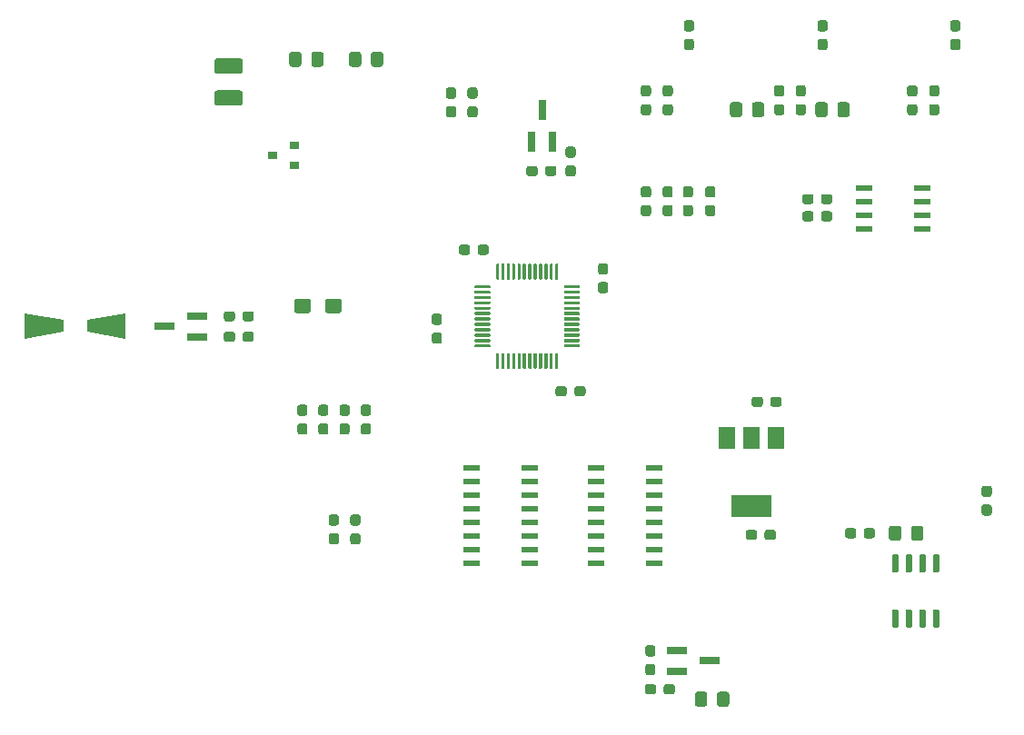
<source format=gbr>
%TF.GenerationSoftware,KiCad,Pcbnew,5.1.10*%
%TF.CreationDate,2021-10-03T17:58:42+03:00*%
%TF.ProjectId,stm32,73746d33-322e-46b6-9963-61645f706362,rev?*%
%TF.SameCoordinates,Original*%
%TF.FileFunction,Paste,Top*%
%TF.FilePolarity,Positive*%
%FSLAX46Y46*%
G04 Gerber Fmt 4.6, Leading zero omitted, Abs format (unit mm)*
G04 Created by KiCad (PCBNEW 5.1.10) date 2021-10-03 17:58:42*
%MOMM*%
%LPD*%
G01*
G04 APERTURE LIST*
%ADD10R,1.500000X0.600000*%
%ADD11C,0.100000*%
%ADD12R,1.550000X0.600000*%
%ADD13R,0.900000X0.800000*%
%ADD14R,1.900000X0.800000*%
%ADD15R,0.800000X1.900000*%
%ADD16R,3.800000X2.000000*%
%ADD17R,1.500000X2.000000*%
G04 APERTURE END LIST*
D10*
%TO.C,U5*%
X121361200Y-111937800D03*
X121361200Y-113207800D03*
X121361200Y-114477800D03*
X121361200Y-115747800D03*
X121361200Y-117017800D03*
X121361200Y-118287800D03*
X121361200Y-119557800D03*
X121361200Y-120827800D03*
X115961200Y-120827800D03*
X115961200Y-119557800D03*
X115961200Y-118287800D03*
X115961200Y-117017800D03*
X115961200Y-115747800D03*
X115961200Y-114477800D03*
X115961200Y-113207800D03*
X115961200Y-111937800D03*
%TD*%
%TO.C,C1*%
G36*
G01*
X94947000Y-74287801D02*
X94947000Y-73387799D01*
G75*
G02*
X95196999Y-73137800I249999J0D01*
G01*
X95847001Y-73137800D01*
G75*
G02*
X96097000Y-73387799I0J-249999D01*
G01*
X96097000Y-74287801D01*
G75*
G02*
X95847001Y-74537800I-249999J0D01*
G01*
X95196999Y-74537800D01*
G75*
G02*
X94947000Y-74287801I0J249999D01*
G01*
G37*
G36*
G01*
X92897000Y-74287801D02*
X92897000Y-73387799D01*
G75*
G02*
X93146999Y-73137800I249999J0D01*
G01*
X93797001Y-73137800D01*
G75*
G02*
X94047000Y-73387799I0J-249999D01*
G01*
X94047000Y-74287801D01*
G75*
G02*
X93797001Y-74537800I-249999J0D01*
G01*
X93146999Y-74537800D01*
G75*
G02*
X92897000Y-74287801I0J249999D01*
G01*
G37*
%TD*%
%TO.C,C5*%
G36*
G01*
X105935000Y-91354900D02*
X105935000Y-91829900D01*
G75*
G02*
X105697500Y-92067400I-237500J0D01*
G01*
X105122500Y-92067400D01*
G75*
G02*
X104885000Y-91829900I0J237500D01*
G01*
X104885000Y-91354900D01*
G75*
G02*
X105122500Y-91117400I237500J0D01*
G01*
X105697500Y-91117400D01*
G75*
G02*
X105935000Y-91354900I0J-237500D01*
G01*
G37*
G36*
G01*
X104185000Y-91354900D02*
X104185000Y-91829900D01*
G75*
G02*
X103947500Y-92067400I-237500J0D01*
G01*
X103372500Y-92067400D01*
G75*
G02*
X103135000Y-91829900I0J237500D01*
G01*
X103135000Y-91354900D01*
G75*
G02*
X103372500Y-91117400I237500J0D01*
G01*
X103947500Y-91117400D01*
G75*
G02*
X104185000Y-91354900I0J-237500D01*
G01*
G37*
%TD*%
%TO.C,C6*%
G36*
G01*
X116823500Y-93898000D02*
X116348500Y-93898000D01*
G75*
G02*
X116111000Y-93660500I0J237500D01*
G01*
X116111000Y-93085500D01*
G75*
G02*
X116348500Y-92848000I237500J0D01*
G01*
X116823500Y-92848000D01*
G75*
G02*
X117061000Y-93085500I0J-237500D01*
G01*
X117061000Y-93660500D01*
G75*
G02*
X116823500Y-93898000I-237500J0D01*
G01*
G37*
G36*
G01*
X116823500Y-95648000D02*
X116348500Y-95648000D01*
G75*
G02*
X116111000Y-95410500I0J237500D01*
G01*
X116111000Y-94835500D01*
G75*
G02*
X116348500Y-94598000I237500J0D01*
G01*
X116823500Y-94598000D01*
G75*
G02*
X117061000Y-94835500I0J-237500D01*
G01*
X117061000Y-95410500D01*
G75*
G02*
X116823500Y-95648000I-237500J0D01*
G01*
G37*
%TD*%
%TO.C,C7*%
G36*
G01*
X112152000Y-105012500D02*
X112152000Y-104537500D01*
G75*
G02*
X112389500Y-104300000I237500J0D01*
G01*
X112964500Y-104300000D01*
G75*
G02*
X113202000Y-104537500I0J-237500D01*
G01*
X113202000Y-105012500D01*
G75*
G02*
X112964500Y-105250000I-237500J0D01*
G01*
X112389500Y-105250000D01*
G75*
G02*
X112152000Y-105012500I0J237500D01*
G01*
G37*
G36*
G01*
X113902000Y-105012500D02*
X113902000Y-104537500D01*
G75*
G02*
X114139500Y-104300000I237500J0D01*
G01*
X114714500Y-104300000D01*
G75*
G02*
X114952000Y-104537500I0J-237500D01*
G01*
X114952000Y-105012500D01*
G75*
G02*
X114714500Y-105250000I-237500J0D01*
G01*
X114139500Y-105250000D01*
G75*
G02*
X113902000Y-105012500I0J237500D01*
G01*
G37*
%TD*%
%TO.C,C4*%
G36*
G01*
X87334400Y-74287801D02*
X87334400Y-73387799D01*
G75*
G02*
X87584399Y-73137800I249999J0D01*
G01*
X88234401Y-73137800D01*
G75*
G02*
X88484400Y-73387799I0J-249999D01*
G01*
X88484400Y-74287801D01*
G75*
G02*
X88234401Y-74537800I-249999J0D01*
G01*
X87584399Y-74537800D01*
G75*
G02*
X87334400Y-74287801I0J249999D01*
G01*
G37*
G36*
G01*
X89384400Y-74287801D02*
X89384400Y-73387799D01*
G75*
G02*
X89634399Y-73137800I249999J0D01*
G01*
X90284401Y-73137800D01*
G75*
G02*
X90534400Y-73387799I0J-249999D01*
G01*
X90534400Y-74287801D01*
G75*
G02*
X90284401Y-74537800I-249999J0D01*
G01*
X89634399Y-74537800D01*
G75*
G02*
X89384400Y-74287801I0J249999D01*
G01*
G37*
%TD*%
%TO.C,C8*%
G36*
G01*
X100854500Y-99297000D02*
X101329500Y-99297000D01*
G75*
G02*
X101567000Y-99534500I0J-237500D01*
G01*
X101567000Y-100109500D01*
G75*
G02*
X101329500Y-100347000I-237500J0D01*
G01*
X100854500Y-100347000D01*
G75*
G02*
X100617000Y-100109500I0J237500D01*
G01*
X100617000Y-99534500D01*
G75*
G02*
X100854500Y-99297000I237500J0D01*
G01*
G37*
G36*
G01*
X100854500Y-97547000D02*
X101329500Y-97547000D01*
G75*
G02*
X101567000Y-97784500I0J-237500D01*
G01*
X101567000Y-98359500D01*
G75*
G02*
X101329500Y-98597000I-237500J0D01*
G01*
X100854500Y-98597000D01*
G75*
G02*
X100617000Y-98359500I0J237500D01*
G01*
X100617000Y-97784500D01*
G75*
G02*
X100854500Y-97547000I237500J0D01*
G01*
G37*
%TD*%
%TO.C,C9*%
G36*
G01*
X152086300Y-115321800D02*
X152561300Y-115321800D01*
G75*
G02*
X152798800Y-115559300I0J-237500D01*
G01*
X152798800Y-116134300D01*
G75*
G02*
X152561300Y-116371800I-237500J0D01*
G01*
X152086300Y-116371800D01*
G75*
G02*
X151848800Y-116134300I0J237500D01*
G01*
X151848800Y-115559300D01*
G75*
G02*
X152086300Y-115321800I237500J0D01*
G01*
G37*
G36*
G01*
X152086300Y-113571800D02*
X152561300Y-113571800D01*
G75*
G02*
X152798800Y-113809300I0J-237500D01*
G01*
X152798800Y-114384300D01*
G75*
G02*
X152561300Y-114621800I-237500J0D01*
G01*
X152086300Y-114621800D01*
G75*
G02*
X151848800Y-114384300I0J237500D01*
G01*
X151848800Y-113809300D01*
G75*
G02*
X152086300Y-113571800I237500J0D01*
G01*
G37*
%TD*%
%TO.C,C11*%
G36*
G01*
X130414600Y-106003100D02*
X130414600Y-105528100D01*
G75*
G02*
X130652100Y-105290600I237500J0D01*
G01*
X131227100Y-105290600D01*
G75*
G02*
X131464600Y-105528100I0J-237500D01*
G01*
X131464600Y-106003100D01*
G75*
G02*
X131227100Y-106240600I-237500J0D01*
G01*
X130652100Y-106240600D01*
G75*
G02*
X130414600Y-106003100I0J237500D01*
G01*
G37*
G36*
G01*
X132164600Y-106003100D02*
X132164600Y-105528100D01*
G75*
G02*
X132402100Y-105290600I237500J0D01*
G01*
X132977100Y-105290600D01*
G75*
G02*
X133214600Y-105528100I0J-237500D01*
G01*
X133214600Y-106003100D01*
G75*
G02*
X132977100Y-106240600I-237500J0D01*
G01*
X132402100Y-106240600D01*
G75*
G02*
X132164600Y-106003100I0J237500D01*
G01*
G37*
%TD*%
%TO.C,C12*%
G36*
G01*
X87782300Y-97249801D02*
X87782300Y-96399799D01*
G75*
G02*
X88032299Y-96149800I249999J0D01*
G01*
X89107301Y-96149800D01*
G75*
G02*
X89357300Y-96399799I0J-249999D01*
G01*
X89357300Y-97249801D01*
G75*
G02*
X89107301Y-97499800I-249999J0D01*
G01*
X88032299Y-97499800D01*
G75*
G02*
X87782300Y-97249801I0J249999D01*
G01*
G37*
G36*
G01*
X90657300Y-97249801D02*
X90657300Y-96399799D01*
G75*
G02*
X90907299Y-96149800I249999J0D01*
G01*
X91982301Y-96149800D01*
G75*
G02*
X92232300Y-96399799I0J-249999D01*
G01*
X92232300Y-97249801D01*
G75*
G02*
X91982301Y-97499800I-249999J0D01*
G01*
X90907299Y-97499800D01*
G75*
G02*
X90657300Y-97249801I0J249999D01*
G01*
G37*
%TD*%
%TO.C,C15*%
G36*
G01*
X129881200Y-118398300D02*
X129881200Y-117923300D01*
G75*
G02*
X130118700Y-117685800I237500J0D01*
G01*
X130693700Y-117685800D01*
G75*
G02*
X130931200Y-117923300I0J-237500D01*
G01*
X130931200Y-118398300D01*
G75*
G02*
X130693700Y-118635800I-237500J0D01*
G01*
X130118700Y-118635800D01*
G75*
G02*
X129881200Y-118398300I0J237500D01*
G01*
G37*
G36*
G01*
X131631200Y-118398300D02*
X131631200Y-117923300D01*
G75*
G02*
X131868700Y-117685800I237500J0D01*
G01*
X132443700Y-117685800D01*
G75*
G02*
X132681200Y-117923300I0J-237500D01*
G01*
X132681200Y-118398300D01*
G75*
G02*
X132443700Y-118635800I-237500J0D01*
G01*
X131868700Y-118635800D01*
G75*
G02*
X131631200Y-118398300I0J237500D01*
G01*
G37*
%TD*%
D11*
%TO.C,D10*%
G36*
X62707200Y-99854400D02*
G01*
X62707200Y-97554400D01*
X66307200Y-98154400D01*
X66307200Y-99254400D01*
X62707200Y-99854400D01*
G37*
G36*
X72107200Y-97554400D02*
G01*
X72107200Y-99854400D01*
X68507200Y-99254400D01*
X68507200Y-98154400D01*
X72107200Y-97554400D01*
G37*
%TD*%
D12*
%TO.C,D9*%
X146337000Y-89636600D03*
X146337000Y-88366600D03*
X146337000Y-87096600D03*
X146337000Y-85826600D03*
X140937000Y-85826600D03*
X140937000Y-87096600D03*
X140937000Y-88366600D03*
X140937000Y-89636600D03*
%TD*%
%TO.C,D11*%
G36*
G01*
X146421800Y-117558399D02*
X146421800Y-118458401D01*
G75*
G02*
X146171801Y-118708400I-249999J0D01*
G01*
X145521799Y-118708400D01*
G75*
G02*
X145271800Y-118458401I0J249999D01*
G01*
X145271800Y-117558399D01*
G75*
G02*
X145521799Y-117308400I249999J0D01*
G01*
X146171801Y-117308400D01*
G75*
G02*
X146421800Y-117558399I0J-249999D01*
G01*
G37*
G36*
G01*
X144371800Y-117558399D02*
X144371800Y-118458401D01*
G75*
G02*
X144121801Y-118708400I-249999J0D01*
G01*
X143471799Y-118708400D01*
G75*
G02*
X143221800Y-118458401I0J249999D01*
G01*
X143221800Y-117558399D01*
G75*
G02*
X143471799Y-117308400I249999J0D01*
G01*
X144121801Y-117308400D01*
G75*
G02*
X144371800Y-117558399I0J-249999D01*
G01*
G37*
%TD*%
%TO.C,Q5*%
G36*
G01*
X147449400Y-119933600D02*
X147749400Y-119933600D01*
G75*
G02*
X147899400Y-120083600I0J-150000D01*
G01*
X147899400Y-121533600D01*
G75*
G02*
X147749400Y-121683600I-150000J0D01*
G01*
X147449400Y-121683600D01*
G75*
G02*
X147299400Y-121533600I0J150000D01*
G01*
X147299400Y-120083600D01*
G75*
G02*
X147449400Y-119933600I150000J0D01*
G01*
G37*
G36*
G01*
X146179400Y-119933600D02*
X146479400Y-119933600D01*
G75*
G02*
X146629400Y-120083600I0J-150000D01*
G01*
X146629400Y-121533600D01*
G75*
G02*
X146479400Y-121683600I-150000J0D01*
G01*
X146179400Y-121683600D01*
G75*
G02*
X146029400Y-121533600I0J150000D01*
G01*
X146029400Y-120083600D01*
G75*
G02*
X146179400Y-119933600I150000J0D01*
G01*
G37*
G36*
G01*
X144909400Y-119933600D02*
X145209400Y-119933600D01*
G75*
G02*
X145359400Y-120083600I0J-150000D01*
G01*
X145359400Y-121533600D01*
G75*
G02*
X145209400Y-121683600I-150000J0D01*
G01*
X144909400Y-121683600D01*
G75*
G02*
X144759400Y-121533600I0J150000D01*
G01*
X144759400Y-120083600D01*
G75*
G02*
X144909400Y-119933600I150000J0D01*
G01*
G37*
G36*
G01*
X143639400Y-119933600D02*
X143939400Y-119933600D01*
G75*
G02*
X144089400Y-120083600I0J-150000D01*
G01*
X144089400Y-121533600D01*
G75*
G02*
X143939400Y-121683600I-150000J0D01*
G01*
X143639400Y-121683600D01*
G75*
G02*
X143489400Y-121533600I0J150000D01*
G01*
X143489400Y-120083600D01*
G75*
G02*
X143639400Y-119933600I150000J0D01*
G01*
G37*
G36*
G01*
X143639400Y-125083600D02*
X143939400Y-125083600D01*
G75*
G02*
X144089400Y-125233600I0J-150000D01*
G01*
X144089400Y-126683600D01*
G75*
G02*
X143939400Y-126833600I-150000J0D01*
G01*
X143639400Y-126833600D01*
G75*
G02*
X143489400Y-126683600I0J150000D01*
G01*
X143489400Y-125233600D01*
G75*
G02*
X143639400Y-125083600I150000J0D01*
G01*
G37*
G36*
G01*
X144909400Y-125083600D02*
X145209400Y-125083600D01*
G75*
G02*
X145359400Y-125233600I0J-150000D01*
G01*
X145359400Y-126683600D01*
G75*
G02*
X145209400Y-126833600I-150000J0D01*
G01*
X144909400Y-126833600D01*
G75*
G02*
X144759400Y-126683600I0J150000D01*
G01*
X144759400Y-125233600D01*
G75*
G02*
X144909400Y-125083600I150000J0D01*
G01*
G37*
G36*
G01*
X146179400Y-125083600D02*
X146479400Y-125083600D01*
G75*
G02*
X146629400Y-125233600I0J-150000D01*
G01*
X146629400Y-126683600D01*
G75*
G02*
X146479400Y-126833600I-150000J0D01*
G01*
X146179400Y-126833600D01*
G75*
G02*
X146029400Y-126683600I0J150000D01*
G01*
X146029400Y-125233600D01*
G75*
G02*
X146179400Y-125083600I150000J0D01*
G01*
G37*
G36*
G01*
X147449400Y-125083600D02*
X147749400Y-125083600D01*
G75*
G02*
X147899400Y-125233600I0J-150000D01*
G01*
X147899400Y-126683600D01*
G75*
G02*
X147749400Y-126833600I-150000J0D01*
G01*
X147449400Y-126833600D01*
G75*
G02*
X147299400Y-126683600I0J150000D01*
G01*
X147299400Y-125233600D01*
G75*
G02*
X147449400Y-125083600I150000J0D01*
G01*
G37*
%TD*%
%TO.C,R2*%
G36*
G01*
X93734900Y-119051500D02*
X93259900Y-119051500D01*
G75*
G02*
X93022400Y-118814000I0J237500D01*
G01*
X93022400Y-118239000D01*
G75*
G02*
X93259900Y-118001500I237500J0D01*
G01*
X93734900Y-118001500D01*
G75*
G02*
X93972400Y-118239000I0J-237500D01*
G01*
X93972400Y-118814000D01*
G75*
G02*
X93734900Y-119051500I-237500J0D01*
G01*
G37*
G36*
G01*
X93734900Y-117301500D02*
X93259900Y-117301500D01*
G75*
G02*
X93022400Y-117064000I0J237500D01*
G01*
X93022400Y-116489000D01*
G75*
G02*
X93259900Y-116251500I237500J0D01*
G01*
X93734900Y-116251500D01*
G75*
G02*
X93972400Y-116489000I0J-237500D01*
G01*
X93972400Y-117064000D01*
G75*
G02*
X93734900Y-117301500I-237500J0D01*
G01*
G37*
%TD*%
%TO.C,R14*%
G36*
G01*
X102175300Y-78212400D02*
X102650300Y-78212400D01*
G75*
G02*
X102887800Y-78449900I0J-237500D01*
G01*
X102887800Y-79024900D01*
G75*
G02*
X102650300Y-79262400I-237500J0D01*
G01*
X102175300Y-79262400D01*
G75*
G02*
X101937800Y-79024900I0J237500D01*
G01*
X101937800Y-78449900D01*
G75*
G02*
X102175300Y-78212400I237500J0D01*
G01*
G37*
G36*
G01*
X102175300Y-76462400D02*
X102650300Y-76462400D01*
G75*
G02*
X102887800Y-76699900I0J-237500D01*
G01*
X102887800Y-77274900D01*
G75*
G02*
X102650300Y-77512400I-237500J0D01*
G01*
X102175300Y-77512400D01*
G75*
G02*
X101937800Y-77274900I0J237500D01*
G01*
X101937800Y-76699900D01*
G75*
G02*
X102175300Y-76462400I237500J0D01*
G01*
G37*
%TD*%
%TO.C,R15*%
G36*
G01*
X104181900Y-76462400D02*
X104656900Y-76462400D01*
G75*
G02*
X104894400Y-76699900I0J-237500D01*
G01*
X104894400Y-77274900D01*
G75*
G02*
X104656900Y-77512400I-237500J0D01*
G01*
X104181900Y-77512400D01*
G75*
G02*
X103944400Y-77274900I0J237500D01*
G01*
X103944400Y-76699900D01*
G75*
G02*
X104181900Y-76462400I237500J0D01*
G01*
G37*
G36*
G01*
X104181900Y-78212400D02*
X104656900Y-78212400D01*
G75*
G02*
X104894400Y-78449900I0J-237500D01*
G01*
X104894400Y-79024900D01*
G75*
G02*
X104656900Y-79262400I-237500J0D01*
G01*
X104181900Y-79262400D01*
G75*
G02*
X103944400Y-79024900I0J237500D01*
G01*
X103944400Y-78449900D01*
G75*
G02*
X104181900Y-78212400I237500J0D01*
G01*
G37*
%TD*%
%TO.C,R20*%
G36*
G01*
X82987600Y-98027500D02*
X82987600Y-97552500D01*
G75*
G02*
X83225100Y-97315000I237500J0D01*
G01*
X83800100Y-97315000D01*
G75*
G02*
X84037600Y-97552500I0J-237500D01*
G01*
X84037600Y-98027500D01*
G75*
G02*
X83800100Y-98265000I-237500J0D01*
G01*
X83225100Y-98265000D01*
G75*
G02*
X82987600Y-98027500I0J237500D01*
G01*
G37*
G36*
G01*
X81237600Y-98027500D02*
X81237600Y-97552500D01*
G75*
G02*
X81475100Y-97315000I237500J0D01*
G01*
X82050100Y-97315000D01*
G75*
G02*
X82287600Y-97552500I0J-237500D01*
G01*
X82287600Y-98027500D01*
G75*
G02*
X82050100Y-98265000I-237500J0D01*
G01*
X81475100Y-98265000D01*
G75*
G02*
X81237600Y-98027500I0J237500D01*
G01*
G37*
%TD*%
%TO.C,R21*%
G36*
G01*
X81237600Y-99932500D02*
X81237600Y-99457500D01*
G75*
G02*
X81475100Y-99220000I237500J0D01*
G01*
X82050100Y-99220000D01*
G75*
G02*
X82287600Y-99457500I0J-237500D01*
G01*
X82287600Y-99932500D01*
G75*
G02*
X82050100Y-100170000I-237500J0D01*
G01*
X81475100Y-100170000D01*
G75*
G02*
X81237600Y-99932500I0J237500D01*
G01*
G37*
G36*
G01*
X82987600Y-99932500D02*
X82987600Y-99457500D01*
G75*
G02*
X83225100Y-99220000I237500J0D01*
G01*
X83800100Y-99220000D01*
G75*
G02*
X84037600Y-99457500I0J-237500D01*
G01*
X84037600Y-99932500D01*
G75*
G02*
X83800100Y-100170000I-237500J0D01*
G01*
X83225100Y-100170000D01*
G75*
G02*
X82987600Y-99932500I0J237500D01*
G01*
G37*
%TD*%
%TO.C,R30*%
G36*
G01*
X137939000Y-88230700D02*
X137939000Y-88705700D01*
G75*
G02*
X137701500Y-88943200I-237500J0D01*
G01*
X137126500Y-88943200D01*
G75*
G02*
X136889000Y-88705700I0J237500D01*
G01*
X136889000Y-88230700D01*
G75*
G02*
X137126500Y-87993200I237500J0D01*
G01*
X137701500Y-87993200D01*
G75*
G02*
X137939000Y-88230700I0J-237500D01*
G01*
G37*
G36*
G01*
X136189000Y-88230700D02*
X136189000Y-88705700D01*
G75*
G02*
X135951500Y-88943200I-237500J0D01*
G01*
X135376500Y-88943200D01*
G75*
G02*
X135139000Y-88705700I0J237500D01*
G01*
X135139000Y-88230700D01*
G75*
G02*
X135376500Y-87993200I237500J0D01*
G01*
X135951500Y-87993200D01*
G75*
G02*
X136189000Y-88230700I0J-237500D01*
G01*
G37*
%TD*%
%TO.C,R31*%
G36*
G01*
X137939000Y-86630500D02*
X137939000Y-87105500D01*
G75*
G02*
X137701500Y-87343000I-237500J0D01*
G01*
X137126500Y-87343000D01*
G75*
G02*
X136889000Y-87105500I0J237500D01*
G01*
X136889000Y-86630500D01*
G75*
G02*
X137126500Y-86393000I237500J0D01*
G01*
X137701500Y-86393000D01*
G75*
G02*
X137939000Y-86630500I0J-237500D01*
G01*
G37*
G36*
G01*
X136189000Y-86630500D02*
X136189000Y-87105500D01*
G75*
G02*
X135951500Y-87343000I-237500J0D01*
G01*
X135376500Y-87343000D01*
G75*
G02*
X135139000Y-87105500I0J237500D01*
G01*
X135139000Y-86630500D01*
G75*
G02*
X135376500Y-86393000I237500J0D01*
G01*
X135951500Y-86393000D01*
G75*
G02*
X136189000Y-86630500I0J-237500D01*
G01*
G37*
%TD*%
%TO.C,R19*%
G36*
G01*
X82761400Y-78157100D02*
X80611400Y-78157100D01*
G75*
G02*
X80361400Y-77907100I0J250000D01*
G01*
X80361400Y-76982100D01*
G75*
G02*
X80611400Y-76732100I250000J0D01*
G01*
X82761400Y-76732100D01*
G75*
G02*
X83011400Y-76982100I0J-250000D01*
G01*
X83011400Y-77907100D01*
G75*
G02*
X82761400Y-78157100I-250000J0D01*
G01*
G37*
G36*
G01*
X82761400Y-75182100D02*
X80611400Y-75182100D01*
G75*
G02*
X80361400Y-74932100I0J250000D01*
G01*
X80361400Y-74007100D01*
G75*
G02*
X80611400Y-73757100I250000J0D01*
G01*
X82761400Y-73757100D01*
G75*
G02*
X83011400Y-74007100I0J-250000D01*
G01*
X83011400Y-74932100D01*
G75*
G02*
X82761400Y-75182100I-250000J0D01*
G01*
G37*
%TD*%
%TO.C,R1*%
G36*
G01*
X91728300Y-117301500D02*
X91253300Y-117301500D01*
G75*
G02*
X91015800Y-117064000I0J237500D01*
G01*
X91015800Y-116489000D01*
G75*
G02*
X91253300Y-116251500I237500J0D01*
G01*
X91728300Y-116251500D01*
G75*
G02*
X91965800Y-116489000I0J-237500D01*
G01*
X91965800Y-117064000D01*
G75*
G02*
X91728300Y-117301500I-237500J0D01*
G01*
G37*
G36*
G01*
X91728300Y-119051500D02*
X91253300Y-119051500D01*
G75*
G02*
X91015800Y-118814000I0J237500D01*
G01*
X91015800Y-118239000D01*
G75*
G02*
X91253300Y-118001500I237500J0D01*
G01*
X91728300Y-118001500D01*
G75*
G02*
X91965800Y-118239000I0J-237500D01*
G01*
X91965800Y-118814000D01*
G75*
G02*
X91728300Y-119051500I-237500J0D01*
G01*
G37*
%TD*%
%TO.C,R34*%
G36*
G01*
X140174200Y-117770900D02*
X140174200Y-118245900D01*
G75*
G02*
X139936700Y-118483400I-237500J0D01*
G01*
X139361700Y-118483400D01*
G75*
G02*
X139124200Y-118245900I0J237500D01*
G01*
X139124200Y-117770900D01*
G75*
G02*
X139361700Y-117533400I237500J0D01*
G01*
X139936700Y-117533400D01*
G75*
G02*
X140174200Y-117770900I0J-237500D01*
G01*
G37*
G36*
G01*
X141924200Y-117770900D02*
X141924200Y-118245900D01*
G75*
G02*
X141686700Y-118483400I-237500J0D01*
G01*
X141111700Y-118483400D01*
G75*
G02*
X140874200Y-118245900I0J237500D01*
G01*
X140874200Y-117770900D01*
G75*
G02*
X141111700Y-117533400I237500J0D01*
G01*
X141686700Y-117533400D01*
G75*
G02*
X141924200Y-117770900I0J-237500D01*
G01*
G37*
%TD*%
%TO.C,R16*%
G36*
G01*
X120755400Y-130193500D02*
X121230400Y-130193500D01*
G75*
G02*
X121467900Y-130431000I0J-237500D01*
G01*
X121467900Y-131006000D01*
G75*
G02*
X121230400Y-131243500I-237500J0D01*
G01*
X120755400Y-131243500D01*
G75*
G02*
X120517900Y-131006000I0J237500D01*
G01*
X120517900Y-130431000D01*
G75*
G02*
X120755400Y-130193500I237500J0D01*
G01*
G37*
G36*
G01*
X120755400Y-128443500D02*
X121230400Y-128443500D01*
G75*
G02*
X121467900Y-128681000I0J-237500D01*
G01*
X121467900Y-129256000D01*
G75*
G02*
X121230400Y-129493500I-237500J0D01*
G01*
X120755400Y-129493500D01*
G75*
G02*
X120517900Y-129256000I0J237500D01*
G01*
X120517900Y-128681000D01*
G75*
G02*
X120755400Y-128443500I237500J0D01*
G01*
G37*
%TD*%
%TO.C,R18*%
G36*
G01*
X122220500Y-132787400D02*
X122220500Y-132312400D01*
G75*
G02*
X122458000Y-132074900I237500J0D01*
G01*
X123033000Y-132074900D01*
G75*
G02*
X123270500Y-132312400I0J-237500D01*
G01*
X123270500Y-132787400D01*
G75*
G02*
X123033000Y-133024900I-237500J0D01*
G01*
X122458000Y-133024900D01*
G75*
G02*
X122220500Y-132787400I0J237500D01*
G01*
G37*
G36*
G01*
X120470500Y-132787400D02*
X120470500Y-132312400D01*
G75*
G02*
X120708000Y-132074900I237500J0D01*
G01*
X121283000Y-132074900D01*
G75*
G02*
X121520500Y-132312400I0J-237500D01*
G01*
X121520500Y-132787400D01*
G75*
G02*
X121283000Y-133024900I-237500J0D01*
G01*
X120708000Y-133024900D01*
G75*
G02*
X120470500Y-132787400I0J237500D01*
G01*
G37*
%TD*%
D10*
%TO.C,U4*%
X104328000Y-111937800D03*
X104328000Y-113207800D03*
X104328000Y-114477800D03*
X104328000Y-115747800D03*
X104328000Y-117017800D03*
X104328000Y-118287800D03*
X104328000Y-119557800D03*
X104328000Y-120827800D03*
X109728000Y-120827800D03*
X109728000Y-119557800D03*
X109728000Y-118287800D03*
X109728000Y-117017800D03*
X109728000Y-115747800D03*
X109728000Y-114477800D03*
X109728000Y-113207800D03*
X109728000Y-111937800D03*
%TD*%
%TO.C,U2*%
G36*
G01*
X104602500Y-95119000D02*
X104602500Y-94969000D01*
G75*
G02*
X104677500Y-94894000I75000J0D01*
G01*
X106002500Y-94894000D01*
G75*
G02*
X106077500Y-94969000I0J-75000D01*
G01*
X106077500Y-95119000D01*
G75*
G02*
X106002500Y-95194000I-75000J0D01*
G01*
X104677500Y-95194000D01*
G75*
G02*
X104602500Y-95119000I0J75000D01*
G01*
G37*
G36*
G01*
X104602500Y-95619000D02*
X104602500Y-95469000D01*
G75*
G02*
X104677500Y-95394000I75000J0D01*
G01*
X106002500Y-95394000D01*
G75*
G02*
X106077500Y-95469000I0J-75000D01*
G01*
X106077500Y-95619000D01*
G75*
G02*
X106002500Y-95694000I-75000J0D01*
G01*
X104677500Y-95694000D01*
G75*
G02*
X104602500Y-95619000I0J75000D01*
G01*
G37*
G36*
G01*
X104602500Y-96119000D02*
X104602500Y-95969000D01*
G75*
G02*
X104677500Y-95894000I75000J0D01*
G01*
X106002500Y-95894000D01*
G75*
G02*
X106077500Y-95969000I0J-75000D01*
G01*
X106077500Y-96119000D01*
G75*
G02*
X106002500Y-96194000I-75000J0D01*
G01*
X104677500Y-96194000D01*
G75*
G02*
X104602500Y-96119000I0J75000D01*
G01*
G37*
G36*
G01*
X104602500Y-96619000D02*
X104602500Y-96469000D01*
G75*
G02*
X104677500Y-96394000I75000J0D01*
G01*
X106002500Y-96394000D01*
G75*
G02*
X106077500Y-96469000I0J-75000D01*
G01*
X106077500Y-96619000D01*
G75*
G02*
X106002500Y-96694000I-75000J0D01*
G01*
X104677500Y-96694000D01*
G75*
G02*
X104602500Y-96619000I0J75000D01*
G01*
G37*
G36*
G01*
X104602500Y-97119000D02*
X104602500Y-96969000D01*
G75*
G02*
X104677500Y-96894000I75000J0D01*
G01*
X106002500Y-96894000D01*
G75*
G02*
X106077500Y-96969000I0J-75000D01*
G01*
X106077500Y-97119000D01*
G75*
G02*
X106002500Y-97194000I-75000J0D01*
G01*
X104677500Y-97194000D01*
G75*
G02*
X104602500Y-97119000I0J75000D01*
G01*
G37*
G36*
G01*
X104602500Y-97619000D02*
X104602500Y-97469000D01*
G75*
G02*
X104677500Y-97394000I75000J0D01*
G01*
X106002500Y-97394000D01*
G75*
G02*
X106077500Y-97469000I0J-75000D01*
G01*
X106077500Y-97619000D01*
G75*
G02*
X106002500Y-97694000I-75000J0D01*
G01*
X104677500Y-97694000D01*
G75*
G02*
X104602500Y-97619000I0J75000D01*
G01*
G37*
G36*
G01*
X104602500Y-98119000D02*
X104602500Y-97969000D01*
G75*
G02*
X104677500Y-97894000I75000J0D01*
G01*
X106002500Y-97894000D01*
G75*
G02*
X106077500Y-97969000I0J-75000D01*
G01*
X106077500Y-98119000D01*
G75*
G02*
X106002500Y-98194000I-75000J0D01*
G01*
X104677500Y-98194000D01*
G75*
G02*
X104602500Y-98119000I0J75000D01*
G01*
G37*
G36*
G01*
X104602500Y-98619000D02*
X104602500Y-98469000D01*
G75*
G02*
X104677500Y-98394000I75000J0D01*
G01*
X106002500Y-98394000D01*
G75*
G02*
X106077500Y-98469000I0J-75000D01*
G01*
X106077500Y-98619000D01*
G75*
G02*
X106002500Y-98694000I-75000J0D01*
G01*
X104677500Y-98694000D01*
G75*
G02*
X104602500Y-98619000I0J75000D01*
G01*
G37*
G36*
G01*
X104602500Y-99119000D02*
X104602500Y-98969000D01*
G75*
G02*
X104677500Y-98894000I75000J0D01*
G01*
X106002500Y-98894000D01*
G75*
G02*
X106077500Y-98969000I0J-75000D01*
G01*
X106077500Y-99119000D01*
G75*
G02*
X106002500Y-99194000I-75000J0D01*
G01*
X104677500Y-99194000D01*
G75*
G02*
X104602500Y-99119000I0J75000D01*
G01*
G37*
G36*
G01*
X104602500Y-99619000D02*
X104602500Y-99469000D01*
G75*
G02*
X104677500Y-99394000I75000J0D01*
G01*
X106002500Y-99394000D01*
G75*
G02*
X106077500Y-99469000I0J-75000D01*
G01*
X106077500Y-99619000D01*
G75*
G02*
X106002500Y-99694000I-75000J0D01*
G01*
X104677500Y-99694000D01*
G75*
G02*
X104602500Y-99619000I0J75000D01*
G01*
G37*
G36*
G01*
X104602500Y-100119000D02*
X104602500Y-99969000D01*
G75*
G02*
X104677500Y-99894000I75000J0D01*
G01*
X106002500Y-99894000D01*
G75*
G02*
X106077500Y-99969000I0J-75000D01*
G01*
X106077500Y-100119000D01*
G75*
G02*
X106002500Y-100194000I-75000J0D01*
G01*
X104677500Y-100194000D01*
G75*
G02*
X104602500Y-100119000I0J75000D01*
G01*
G37*
G36*
G01*
X104602500Y-100619000D02*
X104602500Y-100469000D01*
G75*
G02*
X104677500Y-100394000I75000J0D01*
G01*
X106002500Y-100394000D01*
G75*
G02*
X106077500Y-100469000I0J-75000D01*
G01*
X106077500Y-100619000D01*
G75*
G02*
X106002500Y-100694000I-75000J0D01*
G01*
X104677500Y-100694000D01*
G75*
G02*
X104602500Y-100619000I0J75000D01*
G01*
G37*
G36*
G01*
X106602500Y-102619000D02*
X106602500Y-101294000D01*
G75*
G02*
X106677500Y-101219000I75000J0D01*
G01*
X106827500Y-101219000D01*
G75*
G02*
X106902500Y-101294000I0J-75000D01*
G01*
X106902500Y-102619000D01*
G75*
G02*
X106827500Y-102694000I-75000J0D01*
G01*
X106677500Y-102694000D01*
G75*
G02*
X106602500Y-102619000I0J75000D01*
G01*
G37*
G36*
G01*
X107102500Y-102619000D02*
X107102500Y-101294000D01*
G75*
G02*
X107177500Y-101219000I75000J0D01*
G01*
X107327500Y-101219000D01*
G75*
G02*
X107402500Y-101294000I0J-75000D01*
G01*
X107402500Y-102619000D01*
G75*
G02*
X107327500Y-102694000I-75000J0D01*
G01*
X107177500Y-102694000D01*
G75*
G02*
X107102500Y-102619000I0J75000D01*
G01*
G37*
G36*
G01*
X107602500Y-102619000D02*
X107602500Y-101294000D01*
G75*
G02*
X107677500Y-101219000I75000J0D01*
G01*
X107827500Y-101219000D01*
G75*
G02*
X107902500Y-101294000I0J-75000D01*
G01*
X107902500Y-102619000D01*
G75*
G02*
X107827500Y-102694000I-75000J0D01*
G01*
X107677500Y-102694000D01*
G75*
G02*
X107602500Y-102619000I0J75000D01*
G01*
G37*
G36*
G01*
X108102500Y-102619000D02*
X108102500Y-101294000D01*
G75*
G02*
X108177500Y-101219000I75000J0D01*
G01*
X108327500Y-101219000D01*
G75*
G02*
X108402500Y-101294000I0J-75000D01*
G01*
X108402500Y-102619000D01*
G75*
G02*
X108327500Y-102694000I-75000J0D01*
G01*
X108177500Y-102694000D01*
G75*
G02*
X108102500Y-102619000I0J75000D01*
G01*
G37*
G36*
G01*
X108602500Y-102619000D02*
X108602500Y-101294000D01*
G75*
G02*
X108677500Y-101219000I75000J0D01*
G01*
X108827500Y-101219000D01*
G75*
G02*
X108902500Y-101294000I0J-75000D01*
G01*
X108902500Y-102619000D01*
G75*
G02*
X108827500Y-102694000I-75000J0D01*
G01*
X108677500Y-102694000D01*
G75*
G02*
X108602500Y-102619000I0J75000D01*
G01*
G37*
G36*
G01*
X109102500Y-102619000D02*
X109102500Y-101294000D01*
G75*
G02*
X109177500Y-101219000I75000J0D01*
G01*
X109327500Y-101219000D01*
G75*
G02*
X109402500Y-101294000I0J-75000D01*
G01*
X109402500Y-102619000D01*
G75*
G02*
X109327500Y-102694000I-75000J0D01*
G01*
X109177500Y-102694000D01*
G75*
G02*
X109102500Y-102619000I0J75000D01*
G01*
G37*
G36*
G01*
X109602500Y-102619000D02*
X109602500Y-101294000D01*
G75*
G02*
X109677500Y-101219000I75000J0D01*
G01*
X109827500Y-101219000D01*
G75*
G02*
X109902500Y-101294000I0J-75000D01*
G01*
X109902500Y-102619000D01*
G75*
G02*
X109827500Y-102694000I-75000J0D01*
G01*
X109677500Y-102694000D01*
G75*
G02*
X109602500Y-102619000I0J75000D01*
G01*
G37*
G36*
G01*
X110102500Y-102619000D02*
X110102500Y-101294000D01*
G75*
G02*
X110177500Y-101219000I75000J0D01*
G01*
X110327500Y-101219000D01*
G75*
G02*
X110402500Y-101294000I0J-75000D01*
G01*
X110402500Y-102619000D01*
G75*
G02*
X110327500Y-102694000I-75000J0D01*
G01*
X110177500Y-102694000D01*
G75*
G02*
X110102500Y-102619000I0J75000D01*
G01*
G37*
G36*
G01*
X110602500Y-102619000D02*
X110602500Y-101294000D01*
G75*
G02*
X110677500Y-101219000I75000J0D01*
G01*
X110827500Y-101219000D01*
G75*
G02*
X110902500Y-101294000I0J-75000D01*
G01*
X110902500Y-102619000D01*
G75*
G02*
X110827500Y-102694000I-75000J0D01*
G01*
X110677500Y-102694000D01*
G75*
G02*
X110602500Y-102619000I0J75000D01*
G01*
G37*
G36*
G01*
X111102500Y-102619000D02*
X111102500Y-101294000D01*
G75*
G02*
X111177500Y-101219000I75000J0D01*
G01*
X111327500Y-101219000D01*
G75*
G02*
X111402500Y-101294000I0J-75000D01*
G01*
X111402500Y-102619000D01*
G75*
G02*
X111327500Y-102694000I-75000J0D01*
G01*
X111177500Y-102694000D01*
G75*
G02*
X111102500Y-102619000I0J75000D01*
G01*
G37*
G36*
G01*
X111602500Y-102619000D02*
X111602500Y-101294000D01*
G75*
G02*
X111677500Y-101219000I75000J0D01*
G01*
X111827500Y-101219000D01*
G75*
G02*
X111902500Y-101294000I0J-75000D01*
G01*
X111902500Y-102619000D01*
G75*
G02*
X111827500Y-102694000I-75000J0D01*
G01*
X111677500Y-102694000D01*
G75*
G02*
X111602500Y-102619000I0J75000D01*
G01*
G37*
G36*
G01*
X112102500Y-102619000D02*
X112102500Y-101294000D01*
G75*
G02*
X112177500Y-101219000I75000J0D01*
G01*
X112327500Y-101219000D01*
G75*
G02*
X112402500Y-101294000I0J-75000D01*
G01*
X112402500Y-102619000D01*
G75*
G02*
X112327500Y-102694000I-75000J0D01*
G01*
X112177500Y-102694000D01*
G75*
G02*
X112102500Y-102619000I0J75000D01*
G01*
G37*
G36*
G01*
X112927500Y-100619000D02*
X112927500Y-100469000D01*
G75*
G02*
X113002500Y-100394000I75000J0D01*
G01*
X114327500Y-100394000D01*
G75*
G02*
X114402500Y-100469000I0J-75000D01*
G01*
X114402500Y-100619000D01*
G75*
G02*
X114327500Y-100694000I-75000J0D01*
G01*
X113002500Y-100694000D01*
G75*
G02*
X112927500Y-100619000I0J75000D01*
G01*
G37*
G36*
G01*
X112927500Y-100119000D02*
X112927500Y-99969000D01*
G75*
G02*
X113002500Y-99894000I75000J0D01*
G01*
X114327500Y-99894000D01*
G75*
G02*
X114402500Y-99969000I0J-75000D01*
G01*
X114402500Y-100119000D01*
G75*
G02*
X114327500Y-100194000I-75000J0D01*
G01*
X113002500Y-100194000D01*
G75*
G02*
X112927500Y-100119000I0J75000D01*
G01*
G37*
G36*
G01*
X112927500Y-99619000D02*
X112927500Y-99469000D01*
G75*
G02*
X113002500Y-99394000I75000J0D01*
G01*
X114327500Y-99394000D01*
G75*
G02*
X114402500Y-99469000I0J-75000D01*
G01*
X114402500Y-99619000D01*
G75*
G02*
X114327500Y-99694000I-75000J0D01*
G01*
X113002500Y-99694000D01*
G75*
G02*
X112927500Y-99619000I0J75000D01*
G01*
G37*
G36*
G01*
X112927500Y-99119000D02*
X112927500Y-98969000D01*
G75*
G02*
X113002500Y-98894000I75000J0D01*
G01*
X114327500Y-98894000D01*
G75*
G02*
X114402500Y-98969000I0J-75000D01*
G01*
X114402500Y-99119000D01*
G75*
G02*
X114327500Y-99194000I-75000J0D01*
G01*
X113002500Y-99194000D01*
G75*
G02*
X112927500Y-99119000I0J75000D01*
G01*
G37*
G36*
G01*
X112927500Y-98619000D02*
X112927500Y-98469000D01*
G75*
G02*
X113002500Y-98394000I75000J0D01*
G01*
X114327500Y-98394000D01*
G75*
G02*
X114402500Y-98469000I0J-75000D01*
G01*
X114402500Y-98619000D01*
G75*
G02*
X114327500Y-98694000I-75000J0D01*
G01*
X113002500Y-98694000D01*
G75*
G02*
X112927500Y-98619000I0J75000D01*
G01*
G37*
G36*
G01*
X112927500Y-98119000D02*
X112927500Y-97969000D01*
G75*
G02*
X113002500Y-97894000I75000J0D01*
G01*
X114327500Y-97894000D01*
G75*
G02*
X114402500Y-97969000I0J-75000D01*
G01*
X114402500Y-98119000D01*
G75*
G02*
X114327500Y-98194000I-75000J0D01*
G01*
X113002500Y-98194000D01*
G75*
G02*
X112927500Y-98119000I0J75000D01*
G01*
G37*
G36*
G01*
X112927500Y-97619000D02*
X112927500Y-97469000D01*
G75*
G02*
X113002500Y-97394000I75000J0D01*
G01*
X114327500Y-97394000D01*
G75*
G02*
X114402500Y-97469000I0J-75000D01*
G01*
X114402500Y-97619000D01*
G75*
G02*
X114327500Y-97694000I-75000J0D01*
G01*
X113002500Y-97694000D01*
G75*
G02*
X112927500Y-97619000I0J75000D01*
G01*
G37*
G36*
G01*
X112927500Y-97119000D02*
X112927500Y-96969000D01*
G75*
G02*
X113002500Y-96894000I75000J0D01*
G01*
X114327500Y-96894000D01*
G75*
G02*
X114402500Y-96969000I0J-75000D01*
G01*
X114402500Y-97119000D01*
G75*
G02*
X114327500Y-97194000I-75000J0D01*
G01*
X113002500Y-97194000D01*
G75*
G02*
X112927500Y-97119000I0J75000D01*
G01*
G37*
G36*
G01*
X112927500Y-96619000D02*
X112927500Y-96469000D01*
G75*
G02*
X113002500Y-96394000I75000J0D01*
G01*
X114327500Y-96394000D01*
G75*
G02*
X114402500Y-96469000I0J-75000D01*
G01*
X114402500Y-96619000D01*
G75*
G02*
X114327500Y-96694000I-75000J0D01*
G01*
X113002500Y-96694000D01*
G75*
G02*
X112927500Y-96619000I0J75000D01*
G01*
G37*
G36*
G01*
X112927500Y-96119000D02*
X112927500Y-95969000D01*
G75*
G02*
X113002500Y-95894000I75000J0D01*
G01*
X114327500Y-95894000D01*
G75*
G02*
X114402500Y-95969000I0J-75000D01*
G01*
X114402500Y-96119000D01*
G75*
G02*
X114327500Y-96194000I-75000J0D01*
G01*
X113002500Y-96194000D01*
G75*
G02*
X112927500Y-96119000I0J75000D01*
G01*
G37*
G36*
G01*
X112927500Y-95619000D02*
X112927500Y-95469000D01*
G75*
G02*
X113002500Y-95394000I75000J0D01*
G01*
X114327500Y-95394000D01*
G75*
G02*
X114402500Y-95469000I0J-75000D01*
G01*
X114402500Y-95619000D01*
G75*
G02*
X114327500Y-95694000I-75000J0D01*
G01*
X113002500Y-95694000D01*
G75*
G02*
X112927500Y-95619000I0J75000D01*
G01*
G37*
G36*
G01*
X112927500Y-95119000D02*
X112927500Y-94969000D01*
G75*
G02*
X113002500Y-94894000I75000J0D01*
G01*
X114327500Y-94894000D01*
G75*
G02*
X114402500Y-94969000I0J-75000D01*
G01*
X114402500Y-95119000D01*
G75*
G02*
X114327500Y-95194000I-75000J0D01*
G01*
X113002500Y-95194000D01*
G75*
G02*
X112927500Y-95119000I0J75000D01*
G01*
G37*
G36*
G01*
X112102500Y-94294000D02*
X112102500Y-92969000D01*
G75*
G02*
X112177500Y-92894000I75000J0D01*
G01*
X112327500Y-92894000D01*
G75*
G02*
X112402500Y-92969000I0J-75000D01*
G01*
X112402500Y-94294000D01*
G75*
G02*
X112327500Y-94369000I-75000J0D01*
G01*
X112177500Y-94369000D01*
G75*
G02*
X112102500Y-94294000I0J75000D01*
G01*
G37*
G36*
G01*
X111602500Y-94294000D02*
X111602500Y-92969000D01*
G75*
G02*
X111677500Y-92894000I75000J0D01*
G01*
X111827500Y-92894000D01*
G75*
G02*
X111902500Y-92969000I0J-75000D01*
G01*
X111902500Y-94294000D01*
G75*
G02*
X111827500Y-94369000I-75000J0D01*
G01*
X111677500Y-94369000D01*
G75*
G02*
X111602500Y-94294000I0J75000D01*
G01*
G37*
G36*
G01*
X111102500Y-94294000D02*
X111102500Y-92969000D01*
G75*
G02*
X111177500Y-92894000I75000J0D01*
G01*
X111327500Y-92894000D01*
G75*
G02*
X111402500Y-92969000I0J-75000D01*
G01*
X111402500Y-94294000D01*
G75*
G02*
X111327500Y-94369000I-75000J0D01*
G01*
X111177500Y-94369000D01*
G75*
G02*
X111102500Y-94294000I0J75000D01*
G01*
G37*
G36*
G01*
X110602500Y-94294000D02*
X110602500Y-92969000D01*
G75*
G02*
X110677500Y-92894000I75000J0D01*
G01*
X110827500Y-92894000D01*
G75*
G02*
X110902500Y-92969000I0J-75000D01*
G01*
X110902500Y-94294000D01*
G75*
G02*
X110827500Y-94369000I-75000J0D01*
G01*
X110677500Y-94369000D01*
G75*
G02*
X110602500Y-94294000I0J75000D01*
G01*
G37*
G36*
G01*
X110102500Y-94294000D02*
X110102500Y-92969000D01*
G75*
G02*
X110177500Y-92894000I75000J0D01*
G01*
X110327500Y-92894000D01*
G75*
G02*
X110402500Y-92969000I0J-75000D01*
G01*
X110402500Y-94294000D01*
G75*
G02*
X110327500Y-94369000I-75000J0D01*
G01*
X110177500Y-94369000D01*
G75*
G02*
X110102500Y-94294000I0J75000D01*
G01*
G37*
G36*
G01*
X109602500Y-94294000D02*
X109602500Y-92969000D01*
G75*
G02*
X109677500Y-92894000I75000J0D01*
G01*
X109827500Y-92894000D01*
G75*
G02*
X109902500Y-92969000I0J-75000D01*
G01*
X109902500Y-94294000D01*
G75*
G02*
X109827500Y-94369000I-75000J0D01*
G01*
X109677500Y-94369000D01*
G75*
G02*
X109602500Y-94294000I0J75000D01*
G01*
G37*
G36*
G01*
X109102500Y-94294000D02*
X109102500Y-92969000D01*
G75*
G02*
X109177500Y-92894000I75000J0D01*
G01*
X109327500Y-92894000D01*
G75*
G02*
X109402500Y-92969000I0J-75000D01*
G01*
X109402500Y-94294000D01*
G75*
G02*
X109327500Y-94369000I-75000J0D01*
G01*
X109177500Y-94369000D01*
G75*
G02*
X109102500Y-94294000I0J75000D01*
G01*
G37*
G36*
G01*
X108602500Y-94294000D02*
X108602500Y-92969000D01*
G75*
G02*
X108677500Y-92894000I75000J0D01*
G01*
X108827500Y-92894000D01*
G75*
G02*
X108902500Y-92969000I0J-75000D01*
G01*
X108902500Y-94294000D01*
G75*
G02*
X108827500Y-94369000I-75000J0D01*
G01*
X108677500Y-94369000D01*
G75*
G02*
X108602500Y-94294000I0J75000D01*
G01*
G37*
G36*
G01*
X108102500Y-94294000D02*
X108102500Y-92969000D01*
G75*
G02*
X108177500Y-92894000I75000J0D01*
G01*
X108327500Y-92894000D01*
G75*
G02*
X108402500Y-92969000I0J-75000D01*
G01*
X108402500Y-94294000D01*
G75*
G02*
X108327500Y-94369000I-75000J0D01*
G01*
X108177500Y-94369000D01*
G75*
G02*
X108102500Y-94294000I0J75000D01*
G01*
G37*
G36*
G01*
X107602500Y-94294000D02*
X107602500Y-92969000D01*
G75*
G02*
X107677500Y-92894000I75000J0D01*
G01*
X107827500Y-92894000D01*
G75*
G02*
X107902500Y-92969000I0J-75000D01*
G01*
X107902500Y-94294000D01*
G75*
G02*
X107827500Y-94369000I-75000J0D01*
G01*
X107677500Y-94369000D01*
G75*
G02*
X107602500Y-94294000I0J75000D01*
G01*
G37*
G36*
G01*
X107102500Y-94294000D02*
X107102500Y-92969000D01*
G75*
G02*
X107177500Y-92894000I75000J0D01*
G01*
X107327500Y-92894000D01*
G75*
G02*
X107402500Y-92969000I0J-75000D01*
G01*
X107402500Y-94294000D01*
G75*
G02*
X107327500Y-94369000I-75000J0D01*
G01*
X107177500Y-94369000D01*
G75*
G02*
X107102500Y-94294000I0J75000D01*
G01*
G37*
G36*
G01*
X106602500Y-94294000D02*
X106602500Y-92969000D01*
G75*
G02*
X106677500Y-92894000I75000J0D01*
G01*
X106827500Y-92894000D01*
G75*
G02*
X106902500Y-92969000I0J-75000D01*
G01*
X106902500Y-94294000D01*
G75*
G02*
X106827500Y-94369000I-75000J0D01*
G01*
X106677500Y-94369000D01*
G75*
G02*
X106602500Y-94294000I0J75000D01*
G01*
G37*
%TD*%
%TO.C,R4*%
G36*
G01*
X149165300Y-70191200D02*
X149640300Y-70191200D01*
G75*
G02*
X149877800Y-70428700I0J-237500D01*
G01*
X149877800Y-71003700D01*
G75*
G02*
X149640300Y-71241200I-237500J0D01*
G01*
X149165300Y-71241200D01*
G75*
G02*
X148927800Y-71003700I0J237500D01*
G01*
X148927800Y-70428700D01*
G75*
G02*
X149165300Y-70191200I237500J0D01*
G01*
G37*
G36*
G01*
X149165300Y-71941200D02*
X149640300Y-71941200D01*
G75*
G02*
X149877800Y-72178700I0J-237500D01*
G01*
X149877800Y-72753700D01*
G75*
G02*
X149640300Y-72991200I-237500J0D01*
G01*
X149165300Y-72991200D01*
G75*
G02*
X148927800Y-72753700I0J237500D01*
G01*
X148927800Y-72178700D01*
G75*
G02*
X149165300Y-71941200I237500J0D01*
G01*
G37*
%TD*%
%TO.C,R5*%
G36*
G01*
X147671800Y-77309200D02*
X147196800Y-77309200D01*
G75*
G02*
X146959300Y-77071700I0J237500D01*
G01*
X146959300Y-76496700D01*
G75*
G02*
X147196800Y-76259200I237500J0D01*
G01*
X147671800Y-76259200D01*
G75*
G02*
X147909300Y-76496700I0J-237500D01*
G01*
X147909300Y-77071700D01*
G75*
G02*
X147671800Y-77309200I-237500J0D01*
G01*
G37*
G36*
G01*
X147671800Y-79059200D02*
X147196800Y-79059200D01*
G75*
G02*
X146959300Y-78821700I0J237500D01*
G01*
X146959300Y-78246700D01*
G75*
G02*
X147196800Y-78009200I237500J0D01*
G01*
X147671800Y-78009200D01*
G75*
G02*
X147909300Y-78246700I0J-237500D01*
G01*
X147909300Y-78821700D01*
G75*
G02*
X147671800Y-79059200I-237500J0D01*
G01*
G37*
%TD*%
%TO.C,R6*%
G36*
G01*
X145627100Y-79059200D02*
X145152100Y-79059200D01*
G75*
G02*
X144914600Y-78821700I0J237500D01*
G01*
X144914600Y-78246700D01*
G75*
G02*
X145152100Y-78009200I237500J0D01*
G01*
X145627100Y-78009200D01*
G75*
G02*
X145864600Y-78246700I0J-237500D01*
G01*
X145864600Y-78821700D01*
G75*
G02*
X145627100Y-79059200I-237500J0D01*
G01*
G37*
G36*
G01*
X145627100Y-77309200D02*
X145152100Y-77309200D01*
G75*
G02*
X144914600Y-77071700I0J237500D01*
G01*
X144914600Y-76496700D01*
G75*
G02*
X145152100Y-76259200I237500J0D01*
G01*
X145627100Y-76259200D01*
G75*
G02*
X145864600Y-76496700I0J-237500D01*
G01*
X145864600Y-77071700D01*
G75*
G02*
X145627100Y-77309200I-237500J0D01*
G01*
G37*
%TD*%
%TO.C,R7*%
G36*
G01*
X136795500Y-70191200D02*
X137270500Y-70191200D01*
G75*
G02*
X137508000Y-70428700I0J-237500D01*
G01*
X137508000Y-71003700D01*
G75*
G02*
X137270500Y-71241200I-237500J0D01*
G01*
X136795500Y-71241200D01*
G75*
G02*
X136558000Y-71003700I0J237500D01*
G01*
X136558000Y-70428700D01*
G75*
G02*
X136795500Y-70191200I237500J0D01*
G01*
G37*
G36*
G01*
X136795500Y-71941200D02*
X137270500Y-71941200D01*
G75*
G02*
X137508000Y-72178700I0J-237500D01*
G01*
X137508000Y-72753700D01*
G75*
G02*
X137270500Y-72991200I-237500J0D01*
G01*
X136795500Y-72991200D01*
G75*
G02*
X136558000Y-72753700I0J237500D01*
G01*
X136558000Y-72178700D01*
G75*
G02*
X136795500Y-71941200I237500J0D01*
G01*
G37*
%TD*%
%TO.C,R8*%
G36*
G01*
X135238500Y-77309200D02*
X134763500Y-77309200D01*
G75*
G02*
X134526000Y-77071700I0J237500D01*
G01*
X134526000Y-76496700D01*
G75*
G02*
X134763500Y-76259200I237500J0D01*
G01*
X135238500Y-76259200D01*
G75*
G02*
X135476000Y-76496700I0J-237500D01*
G01*
X135476000Y-77071700D01*
G75*
G02*
X135238500Y-77309200I-237500J0D01*
G01*
G37*
G36*
G01*
X135238500Y-79059200D02*
X134763500Y-79059200D01*
G75*
G02*
X134526000Y-78821700I0J237500D01*
G01*
X134526000Y-78246700D01*
G75*
G02*
X134763500Y-78009200I237500J0D01*
G01*
X135238500Y-78009200D01*
G75*
G02*
X135476000Y-78246700I0J-237500D01*
G01*
X135476000Y-78821700D01*
G75*
G02*
X135238500Y-79059200I-237500J0D01*
G01*
G37*
%TD*%
%TO.C,R9*%
G36*
G01*
X133231900Y-79059200D02*
X132756900Y-79059200D01*
G75*
G02*
X132519400Y-78821700I0J237500D01*
G01*
X132519400Y-78246700D01*
G75*
G02*
X132756900Y-78009200I237500J0D01*
G01*
X133231900Y-78009200D01*
G75*
G02*
X133469400Y-78246700I0J-237500D01*
G01*
X133469400Y-78821700D01*
G75*
G02*
X133231900Y-79059200I-237500J0D01*
G01*
G37*
G36*
G01*
X133231900Y-77309200D02*
X132756900Y-77309200D01*
G75*
G02*
X132519400Y-77071700I0J237500D01*
G01*
X132519400Y-76496700D01*
G75*
G02*
X132756900Y-76259200I237500J0D01*
G01*
X133231900Y-76259200D01*
G75*
G02*
X133469400Y-76496700I0J-237500D01*
G01*
X133469400Y-77071700D01*
G75*
G02*
X133231900Y-77309200I-237500J0D01*
G01*
G37*
%TD*%
%TO.C,R10*%
G36*
G01*
X124349500Y-71941200D02*
X124824500Y-71941200D01*
G75*
G02*
X125062000Y-72178700I0J-237500D01*
G01*
X125062000Y-72753700D01*
G75*
G02*
X124824500Y-72991200I-237500J0D01*
G01*
X124349500Y-72991200D01*
G75*
G02*
X124112000Y-72753700I0J237500D01*
G01*
X124112000Y-72178700D01*
G75*
G02*
X124349500Y-71941200I237500J0D01*
G01*
G37*
G36*
G01*
X124349500Y-70191200D02*
X124824500Y-70191200D01*
G75*
G02*
X125062000Y-70428700I0J-237500D01*
G01*
X125062000Y-71003700D01*
G75*
G02*
X124824500Y-71241200I-237500J0D01*
G01*
X124349500Y-71241200D01*
G75*
G02*
X124112000Y-71003700I0J237500D01*
G01*
X124112000Y-70428700D01*
G75*
G02*
X124349500Y-70191200I237500J0D01*
G01*
G37*
%TD*%
%TO.C,R11*%
G36*
G01*
X122843300Y-79059200D02*
X122368300Y-79059200D01*
G75*
G02*
X122130800Y-78821700I0J237500D01*
G01*
X122130800Y-78246700D01*
G75*
G02*
X122368300Y-78009200I237500J0D01*
G01*
X122843300Y-78009200D01*
G75*
G02*
X123080800Y-78246700I0J-237500D01*
G01*
X123080800Y-78821700D01*
G75*
G02*
X122843300Y-79059200I-237500J0D01*
G01*
G37*
G36*
G01*
X122843300Y-77309200D02*
X122368300Y-77309200D01*
G75*
G02*
X122130800Y-77071700I0J237500D01*
G01*
X122130800Y-76496700D01*
G75*
G02*
X122368300Y-76259200I237500J0D01*
G01*
X122843300Y-76259200D01*
G75*
G02*
X123080800Y-76496700I0J-237500D01*
G01*
X123080800Y-77071700D01*
G75*
G02*
X122843300Y-77309200I-237500J0D01*
G01*
G37*
%TD*%
%TO.C,R12*%
G36*
G01*
X120811300Y-77309200D02*
X120336300Y-77309200D01*
G75*
G02*
X120098800Y-77071700I0J237500D01*
G01*
X120098800Y-76496700D01*
G75*
G02*
X120336300Y-76259200I237500J0D01*
G01*
X120811300Y-76259200D01*
G75*
G02*
X121048800Y-76496700I0J-237500D01*
G01*
X121048800Y-77071700D01*
G75*
G02*
X120811300Y-77309200I-237500J0D01*
G01*
G37*
G36*
G01*
X120811300Y-79059200D02*
X120336300Y-79059200D01*
G75*
G02*
X120098800Y-78821700I0J237500D01*
G01*
X120098800Y-78246700D01*
G75*
G02*
X120336300Y-78009200I237500J0D01*
G01*
X120811300Y-78009200D01*
G75*
G02*
X121048800Y-78246700I0J-237500D01*
G01*
X121048800Y-78821700D01*
G75*
G02*
X120811300Y-79059200I-237500J0D01*
G01*
G37*
%TD*%
%TO.C,R22*%
G36*
G01*
X88796000Y-107068100D02*
X88321000Y-107068100D01*
G75*
G02*
X88083500Y-106830600I0J237500D01*
G01*
X88083500Y-106255600D01*
G75*
G02*
X88321000Y-106018100I237500J0D01*
G01*
X88796000Y-106018100D01*
G75*
G02*
X89033500Y-106255600I0J-237500D01*
G01*
X89033500Y-106830600D01*
G75*
G02*
X88796000Y-107068100I-237500J0D01*
G01*
G37*
G36*
G01*
X88796000Y-108818100D02*
X88321000Y-108818100D01*
G75*
G02*
X88083500Y-108580600I0J237500D01*
G01*
X88083500Y-108005600D01*
G75*
G02*
X88321000Y-107768100I237500J0D01*
G01*
X88796000Y-107768100D01*
G75*
G02*
X89033500Y-108005600I0J-237500D01*
G01*
X89033500Y-108580600D01*
G75*
G02*
X88796000Y-108818100I-237500J0D01*
G01*
G37*
%TD*%
%TO.C,R23*%
G36*
G01*
X90751800Y-107068100D02*
X90276800Y-107068100D01*
G75*
G02*
X90039300Y-106830600I0J237500D01*
G01*
X90039300Y-106255600D01*
G75*
G02*
X90276800Y-106018100I237500J0D01*
G01*
X90751800Y-106018100D01*
G75*
G02*
X90989300Y-106255600I0J-237500D01*
G01*
X90989300Y-106830600D01*
G75*
G02*
X90751800Y-107068100I-237500J0D01*
G01*
G37*
G36*
G01*
X90751800Y-108818100D02*
X90276800Y-108818100D01*
G75*
G02*
X90039300Y-108580600I0J237500D01*
G01*
X90039300Y-108005600D01*
G75*
G02*
X90276800Y-107768100I237500J0D01*
G01*
X90751800Y-107768100D01*
G75*
G02*
X90989300Y-108005600I0J-237500D01*
G01*
X90989300Y-108580600D01*
G75*
G02*
X90751800Y-108818100I-237500J0D01*
G01*
G37*
%TD*%
%TO.C,R24*%
G36*
G01*
X92733000Y-107068100D02*
X92258000Y-107068100D01*
G75*
G02*
X92020500Y-106830600I0J237500D01*
G01*
X92020500Y-106255600D01*
G75*
G02*
X92258000Y-106018100I237500J0D01*
G01*
X92733000Y-106018100D01*
G75*
G02*
X92970500Y-106255600I0J-237500D01*
G01*
X92970500Y-106830600D01*
G75*
G02*
X92733000Y-107068100I-237500J0D01*
G01*
G37*
G36*
G01*
X92733000Y-108818100D02*
X92258000Y-108818100D01*
G75*
G02*
X92020500Y-108580600I0J237500D01*
G01*
X92020500Y-108005600D01*
G75*
G02*
X92258000Y-107768100I237500J0D01*
G01*
X92733000Y-107768100D01*
G75*
G02*
X92970500Y-108005600I0J-237500D01*
G01*
X92970500Y-108580600D01*
G75*
G02*
X92733000Y-108818100I-237500J0D01*
G01*
G37*
%TD*%
%TO.C,R25*%
G36*
G01*
X94714200Y-108818100D02*
X94239200Y-108818100D01*
G75*
G02*
X94001700Y-108580600I0J237500D01*
G01*
X94001700Y-108005600D01*
G75*
G02*
X94239200Y-107768100I237500J0D01*
G01*
X94714200Y-107768100D01*
G75*
G02*
X94951700Y-108005600I0J-237500D01*
G01*
X94951700Y-108580600D01*
G75*
G02*
X94714200Y-108818100I-237500J0D01*
G01*
G37*
G36*
G01*
X94714200Y-107068100D02*
X94239200Y-107068100D01*
G75*
G02*
X94001700Y-106830600I0J237500D01*
G01*
X94001700Y-106255600D01*
G75*
G02*
X94239200Y-106018100I237500J0D01*
G01*
X94714200Y-106018100D01*
G75*
G02*
X94951700Y-106255600I0J-237500D01*
G01*
X94951700Y-106830600D01*
G75*
G02*
X94714200Y-107068100I-237500J0D01*
G01*
G37*
%TD*%
%TO.C,R26*%
G36*
G01*
X126805700Y-86719900D02*
X126330700Y-86719900D01*
G75*
G02*
X126093200Y-86482400I0J237500D01*
G01*
X126093200Y-85907400D01*
G75*
G02*
X126330700Y-85669900I237500J0D01*
G01*
X126805700Y-85669900D01*
G75*
G02*
X127043200Y-85907400I0J-237500D01*
G01*
X127043200Y-86482400D01*
G75*
G02*
X126805700Y-86719900I-237500J0D01*
G01*
G37*
G36*
G01*
X126805700Y-88469900D02*
X126330700Y-88469900D01*
G75*
G02*
X126093200Y-88232400I0J237500D01*
G01*
X126093200Y-87657400D01*
G75*
G02*
X126330700Y-87419900I237500J0D01*
G01*
X126805700Y-87419900D01*
G75*
G02*
X127043200Y-87657400I0J-237500D01*
G01*
X127043200Y-88232400D01*
G75*
G02*
X126805700Y-88469900I-237500J0D01*
G01*
G37*
%TD*%
%TO.C,R27*%
G36*
G01*
X124735600Y-88469900D02*
X124260600Y-88469900D01*
G75*
G02*
X124023100Y-88232400I0J237500D01*
G01*
X124023100Y-87657400D01*
G75*
G02*
X124260600Y-87419900I237500J0D01*
G01*
X124735600Y-87419900D01*
G75*
G02*
X124973100Y-87657400I0J-237500D01*
G01*
X124973100Y-88232400D01*
G75*
G02*
X124735600Y-88469900I-237500J0D01*
G01*
G37*
G36*
G01*
X124735600Y-86719900D02*
X124260600Y-86719900D01*
G75*
G02*
X124023100Y-86482400I0J237500D01*
G01*
X124023100Y-85907400D01*
G75*
G02*
X124260600Y-85669900I237500J0D01*
G01*
X124735600Y-85669900D01*
G75*
G02*
X124973100Y-85907400I0J-237500D01*
G01*
X124973100Y-86482400D01*
G75*
G02*
X124735600Y-86719900I-237500J0D01*
G01*
G37*
%TD*%
%TO.C,R28*%
G36*
G01*
X122830600Y-86719900D02*
X122355600Y-86719900D01*
G75*
G02*
X122118100Y-86482400I0J237500D01*
G01*
X122118100Y-85907400D01*
G75*
G02*
X122355600Y-85669900I237500J0D01*
G01*
X122830600Y-85669900D01*
G75*
G02*
X123068100Y-85907400I0J-237500D01*
G01*
X123068100Y-86482400D01*
G75*
G02*
X122830600Y-86719900I-237500J0D01*
G01*
G37*
G36*
G01*
X122830600Y-88469900D02*
X122355600Y-88469900D01*
G75*
G02*
X122118100Y-88232400I0J237500D01*
G01*
X122118100Y-87657400D01*
G75*
G02*
X122355600Y-87419900I237500J0D01*
G01*
X122830600Y-87419900D01*
G75*
G02*
X123068100Y-87657400I0J-237500D01*
G01*
X123068100Y-88232400D01*
G75*
G02*
X122830600Y-88469900I-237500J0D01*
G01*
G37*
%TD*%
%TO.C,R29*%
G36*
G01*
X120811300Y-88469900D02*
X120336300Y-88469900D01*
G75*
G02*
X120098800Y-88232400I0J237500D01*
G01*
X120098800Y-87657400D01*
G75*
G02*
X120336300Y-87419900I237500J0D01*
G01*
X120811300Y-87419900D01*
G75*
G02*
X121048800Y-87657400I0J-237500D01*
G01*
X121048800Y-88232400D01*
G75*
G02*
X120811300Y-88469900I-237500J0D01*
G01*
G37*
G36*
G01*
X120811300Y-86719900D02*
X120336300Y-86719900D01*
G75*
G02*
X120098800Y-86482400I0J237500D01*
G01*
X120098800Y-85907400D01*
G75*
G02*
X120336300Y-85669900I237500J0D01*
G01*
X120811300Y-85669900D01*
G75*
G02*
X121048800Y-85907400I0J-237500D01*
G01*
X121048800Y-86482400D01*
G75*
G02*
X120811300Y-86719900I-237500J0D01*
G01*
G37*
%TD*%
%TO.C,R32*%
G36*
G01*
X109431600Y-84489300D02*
X109431600Y-84014300D01*
G75*
G02*
X109669100Y-83776800I237500J0D01*
G01*
X110244100Y-83776800D01*
G75*
G02*
X110481600Y-84014300I0J-237500D01*
G01*
X110481600Y-84489300D01*
G75*
G02*
X110244100Y-84726800I-237500J0D01*
G01*
X109669100Y-84726800D01*
G75*
G02*
X109431600Y-84489300I0J237500D01*
G01*
G37*
G36*
G01*
X111181600Y-84489300D02*
X111181600Y-84014300D01*
G75*
G02*
X111419100Y-83776800I237500J0D01*
G01*
X111994100Y-83776800D01*
G75*
G02*
X112231600Y-84014300I0J-237500D01*
G01*
X112231600Y-84489300D01*
G75*
G02*
X111994100Y-84726800I-237500J0D01*
G01*
X111419100Y-84726800D01*
G75*
G02*
X111181600Y-84489300I0J237500D01*
G01*
G37*
%TD*%
%TO.C,R33*%
G36*
G01*
X113800900Y-84774200D02*
X113325900Y-84774200D01*
G75*
G02*
X113088400Y-84536700I0J237500D01*
G01*
X113088400Y-83961700D01*
G75*
G02*
X113325900Y-83724200I237500J0D01*
G01*
X113800900Y-83724200D01*
G75*
G02*
X114038400Y-83961700I0J-237500D01*
G01*
X114038400Y-84536700D01*
G75*
G02*
X113800900Y-84774200I-237500J0D01*
G01*
G37*
G36*
G01*
X113800900Y-83024200D02*
X113325900Y-83024200D01*
G75*
G02*
X113088400Y-82786700I0J237500D01*
G01*
X113088400Y-82211700D01*
G75*
G02*
X113325900Y-81974200I237500J0D01*
G01*
X113800900Y-81974200D01*
G75*
G02*
X114038400Y-82211700I0J-237500D01*
G01*
X114038400Y-82786700D01*
G75*
G02*
X113800900Y-83024200I-237500J0D01*
G01*
G37*
%TD*%
D13*
%TO.C,D8*%
X87801200Y-83754000D03*
X87801200Y-81854000D03*
X85801200Y-82804000D03*
%TD*%
D14*
%TO.C,Q2*%
X123479300Y-128958300D03*
X123479300Y-130858300D03*
X126479300Y-129908300D03*
%TD*%
%TO.C,Q3*%
X78740000Y-99695000D03*
X78740000Y-97795000D03*
X75740000Y-98745000D03*
%TD*%
D15*
%TO.C,Q4*%
X110896400Y-78536800D03*
X111846400Y-81536800D03*
X109946400Y-81536800D03*
%TD*%
D16*
%TO.C,U6*%
X130403600Y-115443000D03*
D17*
X130403600Y-109143000D03*
X128103600Y-109143000D03*
X132703600Y-109143000D03*
%TD*%
%TO.C,D7*%
G36*
G01*
X125137000Y-133927001D02*
X125137000Y-133026999D01*
G75*
G02*
X125386999Y-132777000I249999J0D01*
G01*
X126037001Y-132777000D01*
G75*
G02*
X126287000Y-133026999I0J-249999D01*
G01*
X126287000Y-133927001D01*
G75*
G02*
X126037001Y-134177000I-249999J0D01*
G01*
X125386999Y-134177000D01*
G75*
G02*
X125137000Y-133927001I0J249999D01*
G01*
G37*
G36*
G01*
X127187000Y-133927001D02*
X127187000Y-133026999D01*
G75*
G02*
X127436999Y-132777000I249999J0D01*
G01*
X128087001Y-132777000D01*
G75*
G02*
X128337000Y-133026999I0J-249999D01*
G01*
X128337000Y-133927001D01*
G75*
G02*
X128087001Y-134177000I-249999J0D01*
G01*
X127436999Y-134177000D01*
G75*
G02*
X127187000Y-133927001I0J249999D01*
G01*
G37*
%TD*%
%TO.C,D2*%
G36*
G01*
X129556200Y-78086799D02*
X129556200Y-78986801D01*
G75*
G02*
X129306201Y-79236800I-249999J0D01*
G01*
X128656199Y-79236800D01*
G75*
G02*
X128406200Y-78986801I0J249999D01*
G01*
X128406200Y-78086799D01*
G75*
G02*
X128656199Y-77836800I249999J0D01*
G01*
X129306201Y-77836800D01*
G75*
G02*
X129556200Y-78086799I0J-249999D01*
G01*
G37*
G36*
G01*
X131606200Y-78086799D02*
X131606200Y-78986801D01*
G75*
G02*
X131356201Y-79236800I-249999J0D01*
G01*
X130706199Y-79236800D01*
G75*
G02*
X130456200Y-78986801I0J249999D01*
G01*
X130456200Y-78086799D01*
G75*
G02*
X130706199Y-77836800I249999J0D01*
G01*
X131356201Y-77836800D01*
G75*
G02*
X131606200Y-78086799I0J-249999D01*
G01*
G37*
%TD*%
%TO.C,D5*%
G36*
G01*
X136363800Y-78986801D02*
X136363800Y-78086799D01*
G75*
G02*
X136613799Y-77836800I249999J0D01*
G01*
X137263801Y-77836800D01*
G75*
G02*
X137513800Y-78086799I0J-249999D01*
G01*
X137513800Y-78986801D01*
G75*
G02*
X137263801Y-79236800I-249999J0D01*
G01*
X136613799Y-79236800D01*
G75*
G02*
X136363800Y-78986801I0J249999D01*
G01*
G37*
G36*
G01*
X138413800Y-78986801D02*
X138413800Y-78086799D01*
G75*
G02*
X138663799Y-77836800I249999J0D01*
G01*
X139313801Y-77836800D01*
G75*
G02*
X139563800Y-78086799I0J-249999D01*
G01*
X139563800Y-78986801D01*
G75*
G02*
X139313801Y-79236800I-249999J0D01*
G01*
X138663799Y-79236800D01*
G75*
G02*
X138413800Y-78986801I0J249999D01*
G01*
G37*
%TD*%
M02*

</source>
